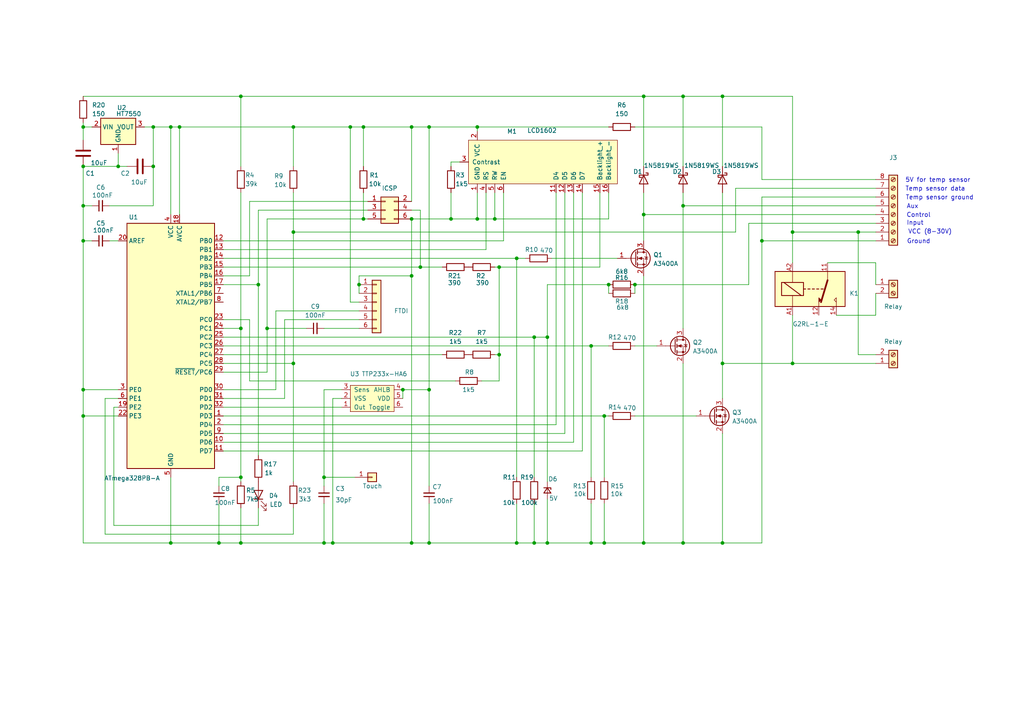
<source format=kicad_sch>
(kicad_sch (version 20231120) (generator "eeschema") (generator_version "8.0")
  (paper "A4")
  (title_block (title "ThermalOptimizer") (date "2025-03-02") (rev "1.2") (company "TheFloatingLab LLC") (comment 1 "Open Source under the GNU GENERAL PUBLIC LICENSE"))
  (lib_symbols
    (symbol "Connector:Screw_Terminal_01x02" (pin_names (offset 1.016) hide)
      (property "Reference" "J" (at 0 2.54 0))
      (property "Value" "Screw_Terminal_01x02" (at 0 -5.08 0))
      (symbol "Screw_Terminal_01x02_1_1"
        (rectangle (start -1.27 1.27) (end 1.27 -3.81) (stroke (width 0.254)) (fill (type background)))
        (circle (center 0 -2.54) (radius 0.635) (stroke (width 0.1524)))
        (polyline (pts (xy -0.5334 -2.2098) (xy 0.3302 -3.048)) (stroke (width 0.1524)))
        (polyline (pts (xy -0.5334 0.3302) (xy 0.3302 -0.508)) (stroke (width 0.1524)))
        (polyline (pts (xy -0.3556 -2.032) (xy 0.508 -2.8702)) (stroke (width 0.1524)))
        (polyline (pts (xy -0.3556 0.508) (xy 0.508 -0.3302)) (stroke (width 0.1524)))
        (circle (center 0 0) (radius 0.635) (stroke (width 0.1524)))
        (pin passive line (at -5.08 0 0) (length 3.81) (name "Pin_1") (number "1"))
        (pin passive line (at -5.08 -2.54 0) (length 3.81) (name "Pin_2") (number "2"))
      )
    )
    (symbol "Connector:Screw_Terminal_01x08" (pin_names (offset 1.016) hide)
      (property "Reference" "J" (at 0 10.16 0))
      (property "Value" "Screw_Terminal_01x08" (at 0 -12.7 0))
      (symbol "Screw_Terminal_01x08_1_1"
        (rectangle (start -1.27 8.89) (end 1.27 -11.43) (stroke (width 0.254)) (fill (type background)))
        (circle (center 0 -10.16) (radius 0.635) (stroke (width 0.1524)))
        (circle (center 0 -7.62) (radius 0.635) (stroke (width 0.1524)))
        (circle (center 0 -5.08) (radius 0.635) (stroke (width 0.1524)))
        (circle (center 0 -2.54) (radius 0.635) (stroke (width 0.1524)))
        (polyline (pts (xy -0.5334 -9.8298) (xy 0.3302 -10.668)) (stroke (width 0.1524)))
        (polyline (pts (xy -0.5334 -7.2898) (xy 0.3302 -8.128)) (stroke (width 0.1524)))
        (polyline (pts (xy -0.5334 -4.7498) (xy 0.3302 -5.588)) (stroke (width 0.1524)))
        (polyline (pts (xy -0.5334 -2.2098) (xy 0.3302 -3.048)) (stroke (width 0.1524)))
        (polyline (pts (xy -0.5334 0.3302) (xy 0.3302 -0.508)) (stroke (width 0.1524)))
        (polyline (pts (xy -0.5334 2.8702) (xy 0.3302 2.032)) (stroke (width 0.1524)))
        (polyline (pts (xy -0.5334 5.4102) (xy 0.3302 4.572)) (stroke (width 0.1524)))
        (polyline (pts (xy -0.5334 7.9502) (xy 0.3302 7.112)) (stroke (width 0.1524)))
        (polyline (pts (xy -0.3556 -9.652) (xy 0.508 -10.4902)) (stroke (width 0.1524)))
        (polyline (pts (xy -0.3556 -7.112) (xy 0.508 -7.9502)) (stroke (width 0.1524)))
        (polyline (pts (xy -0.3556 -4.572) (xy 0.508 -5.4102)) (stroke (width 0.1524)))
        (polyline (pts (xy -0.3556 -2.032) (xy 0.508 -2.8702)) (stroke (width 0.1524)))
        (polyline (pts (xy -0.3556 0.508) (xy 0.508 -0.3302)) (stroke (width 0.1524)))
        (polyline (pts (xy -0.3556 3.048) (xy 0.508 2.2098)) (stroke (width 0.1524)))
        (polyline (pts (xy -0.3556 5.588) (xy 0.508 4.7498)) (stroke (width 0.1524)))
        (polyline (pts (xy -0.3556 8.128) (xy 0.508 7.2898)) (stroke (width 0.1524)))
        (circle (center 0 0) (radius 0.635) (stroke (width 0.1524)))
        (circle (center 0 2.54) (radius 0.635) (stroke (width 0.1524)))
        (circle (center 0 5.08) (radius 0.635) (stroke (width 0.1524)))
        (circle (center 0 7.62) (radius 0.635) (stroke (width 0.1524)))
        (pin passive line (at -5.08 7.62 0) (length 3.81) (name "Pin_1") (number "1"))
        (pin passive line (at -5.08 5.08 0) (length 3.81) (name "Pin_2") (number "2"))
        (pin passive line (at -5.08 2.54 0) (length 3.81) (name "Pin_3") (number "3"))
        (pin passive line (at -5.08 0 0) (length 3.81) (name "Pin_4") (number "4"))
        (pin passive line (at -5.08 -2.54 0) (length 3.81) (name "Pin_5") (number "5"))
        (pin passive line (at -5.08 -5.08 0) (length 3.81) (name "Pin_6") (number "6"))
        (pin passive line (at -5.08 -7.62 0) (length 3.81) (name "Pin_7") (number "7"))
        (pin passive line (at -5.08 -10.16 0) (length 3.81) (name "Pin_8") (number "8"))
      )
    )
    (symbol "Connector_Generic:Conn_01x01" (pin_names (offset 1.016) hide)
      (property "Reference" "J" (at 0 2.54 0))
      (property "Value" "Conn_01x01" (at 0 -2.54 0))
      (symbol "Conn_01x01_1_1"
        (rectangle (start -1.27 0.127) (end 0 -0.127) (stroke (width 0.1524)))
        (rectangle (start -1.27 1.27) (end 1.27 -1.27) (stroke (width 0.254)) (fill (type background)))
        (pin passive line (at -5.08 0 0) (length 3.81) (name "Pin_1") (number "1"))
      )
    )
    (symbol "Connector_Generic:Conn_01x06" (pin_names (offset 1.016) hide)
      (property "Reference" "J" (at 0 7.62 0))
      (property "Value" "Conn_01x06" (at 0 -10.16 0))
      (symbol "Conn_01x06_1_1"
        (rectangle (start -1.27 -7.493) (end 0 -7.747) (stroke (width 0.1524)))
        (rectangle (start -1.27 -4.953) (end 0 -5.207) (stroke (width 0.1524)))
        (rectangle (start -1.27 -2.413) (end 0 -2.667) (stroke (width 0.1524)))
        (rectangle (start -1.27 0.127) (end 0 -0.127) (stroke (width 0.1524)))
        (rectangle (start -1.27 2.667) (end 0 2.413) (stroke (width 0.1524)))
        (rectangle (start -1.27 5.207) (end 0 4.953) (stroke (width 0.1524)))
        (rectangle (start -1.27 6.35) (end 1.27 -8.89) (stroke (width 0.254)) (fill (type background)))
        (pin passive line (at -5.08 5.08 0) (length 3.81) (name "Pin_1") (number "1"))
        (pin passive line (at -5.08 2.54 0) (length 3.81) (name "Pin_2") (number "2"))
        (pin passive line (at -5.08 0 0) (length 3.81) (name "Pin_3") (number "3"))
        (pin passive line (at -5.08 -2.54 0) (length 3.81) (name "Pin_4") (number "4"))
        (pin passive line (at -5.08 -5.08 0) (length 3.81) (name "Pin_5") (number "5"))
        (pin passive line (at -5.08 -7.62 0) (length 3.81) (name "Pin_6") (number "6"))
      )
    )
    (symbol "Connector_Generic:Conn_02x03_Odd_Even" (pin_names (offset 1.016) hide)
      (property "Reference" "J" (at 1.27 5.08 0))
      (property "Value" "Conn_02x03_Odd_Even" (at 1.27 -5.08 0))
      (symbol "Conn_02x03_Odd_Even_1_1"
        (rectangle (start -1.27 -2.413) (end 0 -2.667) (stroke (width 0.1524)))
        (rectangle (start -1.27 0.127) (end 0 -0.127) (stroke (width 0.1524)))
        (rectangle (start -1.27 2.667) (end 0 2.413) (stroke (width 0.1524)))
        (rectangle (start -1.27 3.81) (end 3.81 -3.81) (stroke (width 0.254)) (fill (type background)))
        (rectangle (start 3.81 -2.413) (end 2.54 -2.667) (stroke (width 0.1524)))
        (rectangle (start 3.81 0.127) (end 2.54 -0.127) (stroke (width 0.1524)))
        (rectangle (start 3.81 2.667) (end 2.54 2.413) (stroke (width 0.1524)))
        (pin passive line (at -5.08 2.54 0) (length 3.81) (name "Pin_1") (number "1"))
        (pin passive line (at 7.62 2.54 180) (length 3.81) (name "Pin_2") (number "2"))
        (pin passive line (at -5.08 0 0) (length 3.81) (name "Pin_3") (number "3"))
        (pin passive line (at 7.62 0 180) (length 3.81) (name "Pin_4") (number "4"))
        (pin passive line (at -5.08 -2.54 0) (length 3.81) (name "Pin_5") (number "5"))
        (pin passive line (at 7.62 -2.54 180) (length 3.81) (name "Pin_6") (number "6"))
      )
    )
    (symbol "Device:C" (pin_numbers hide) (pin_names (offset 0.254))
      (property "Reference" "C" (at 0.635 2.54 0))
      (property "Value" "C" (at 0.635 -2.54 0))
      (symbol "C_0_1"
        (polyline (pts (xy -2.032 -0.762) (xy 2.032 -0.762)) (stroke (width 0.508)))
        (polyline (pts (xy -2.032 0.762) (xy 2.032 0.762)) (stroke (width 0.508)))
      )
      (symbol "C_1_1"
        (pin passive line (at 0 3.81 270) (length 2.794) (name "~") (number "1"))
        (pin passive line (at 0 -3.81 90) (length 2.794) (name "~") (number "2"))
      )
    )
    (symbol "Device:C_Small" (pin_numbers hide) (pin_names (offset 0.254) hide)
      (property "Reference" "C" (at 0.254 1.778 0))
      (property "Value" "C_Small" (at 0.254 -2.032 0))
      (symbol "C_Small_0_1"
        (polyline (pts (xy -1.524 -0.508) (xy 1.524 -0.508)) (stroke (width 0.3302)))
        (polyline (pts (xy -1.524 0.508) (xy 1.524 0.508)) (stroke (width 0.3048)))
      )
      (symbol "C_Small_1_1"
        (pin passive line (at 0 2.54 270) (length 2.032) (name "~") (number "1"))
        (pin passive line (at 0 -2.54 90) (length 2.032) (name "~") (number "2"))
      )
    )
    (symbol "Device:D_Zener_Small" (pin_numbers hide) (pin_names (offset 0.254) hide)
      (property "Reference" "D" (at 0 2.286 0))
      (property "Value" "D_Zener_Small" (at 0 -2.286 0))
      (symbol "D_Zener_Small_0_1"
        (polyline (pts (xy 0.762 0) (xy -0.762 0)))
        (polyline (pts (xy -0.254 1.016) (xy -0.762 1.016) (xy -0.762 -1.016)) (stroke (width 0.254)))
        (polyline (pts (xy 0.762 1.016) (xy -0.762 0) (xy 0.762 -1.016) (xy 0.762 1.016)) (stroke (width 0.254)))
      )
      (symbol "D_Zener_Small_1_1"
        (pin passive line (at -2.54 0 0) (length 1.778) (name "K") (number "1"))
        (pin passive line (at 2.54 0 180) (length 1.778) (name "A") (number "2"))
      )
    )
    (symbol "Device:LED" (pin_numbers hide) (pin_names (offset 1.016) hide)
      (property "Reference" "D" (at 0 2.54 0))
      (property "Value" "LED" (at 0 -2.54 0))
      (symbol "LED_0_1"
        (polyline (pts (xy -1.27 -1.27) (xy -1.27 1.27)) (stroke (width 0.254)))
        (polyline (pts (xy -1.27 0) (xy 1.27 0)))
        (polyline (pts (xy 1.27 -1.27) (xy 1.27 1.27) (xy -1.27 0) (xy 1.27 -1.27)) (stroke (width 0.254)))
        (polyline (pts (xy -3.048 -0.762) (xy -4.572 -2.286) (xy -3.81 -2.286) (xy -4.572 -2.286) (xy -4.572 -1.524)))
        (polyline (pts (xy -1.778 -0.762) (xy -3.302 -2.286) (xy -2.54 -2.286) (xy -3.302 -2.286) (xy -3.302 -1.524)))
      )
      (symbol "LED_1_1"
        (pin passive line (at -3.81 0 0) (length 2.54) (name "K") (number "1"))
        (pin passive line (at 3.81 0 180) (length 2.54) (name "A") (number "2"))
      )
    )
    (symbol "Device:Q_NMOS_GSD" (pin_names (offset 0) hide)
      (property "Reference" "Q" (at 5.08 1.27 0))
      (property "Value" "Q_NMOS_GSD" (at 5.08 -1.27 0))
      (symbol "Q_NMOS_GSD_0_1"
        (polyline (pts (xy 0.254 0) (xy -2.54 0)))
        (polyline (pts (xy 0.254 1.905) (xy 0.254 -1.905)) (stroke (width 0.254)))
        (polyline (pts (xy 0.762 -1.27) (xy 0.762 -2.286)) (stroke (width 0.254)))
        (polyline (pts (xy 0.762 0.508) (xy 0.762 -0.508)) (stroke (width 0.254)))
        (polyline (pts (xy 0.762 2.286) (xy 0.762 1.27)) (stroke (width 0.254)))
        (polyline (pts (xy 2.54 2.54) (xy 2.54 1.778)))
        (polyline (pts (xy 2.54 -2.54) (xy 2.54 0) (xy 0.762 0)))
        (polyline (pts (xy 0.762 -1.778) (xy 3.302 -1.778) (xy 3.302 1.778) (xy 0.762 1.778)))
        (polyline (pts (xy 1.016 0) (xy 2.032 0.381) (xy 2.032 -0.381) (xy 1.016 0)) (fill (type outline)))
        (polyline (pts (xy 2.794 0.508) (xy 2.921 0.381) (xy 3.683 0.381) (xy 3.81 0.254)))
        (polyline (pts (xy 3.302 0.381) (xy 2.921 -0.254) (xy 3.683 -0.254) (xy 3.302 0.381)))
        (circle (center 1.651 0) (radius 2.794) (stroke (width 0.254)))
        (circle (center 2.54 -1.778) (radius 0.254) (fill (type outline)))
        (circle (center 2.54 1.778) (radius 0.254) (fill (type outline)))
      )
      (symbol "Q_NMOS_GSD_1_1"
        (pin input line (at -5.08 0 0) (length 2.54) (name "G") (number "1"))
        (pin passive line (at 2.54 -5.08 90) (length 2.54) (name "S") (number "2"))
        (pin passive line (at 2.54 5.08 270) (length 2.54) (name "D") (number "3"))
      )
    )
    (symbol "Device:R" (pin_numbers hide) (pin_names (offset 0))
      (property "Reference" "R" (at 2.032 0 90))
      (property "Value" "R" (at 0 0 90))
      (symbol "R_0_1"
        (rectangle (start -1.016 -2.54) (end 1.016 2.54) (stroke (width 0.254)))
      )
      (symbol "R_1_1"
        (pin passive line (at 0 3.81 270) (length 1.27) (name "~") (number "1"))
        (pin passive line (at 0 -3.81 90) (length 1.27) (name "~") (number "2"))
      )
    )
    (symbol "Diode:1N5819WS" (pin_numbers hide) (pin_names (offset 1.016) hide)
      (property "Reference" "D" (at 0 2.54 0))
      (property "Value" "1N5819WS" (at 0 -2.54 0))
      (symbol "1N5819WS_0_1"
        (polyline (pts (xy 1.27 0) (xy -1.27 0)))
        (polyline (pts (xy 1.27 1.27) (xy 1.27 -1.27) (xy -1.27 0) (xy 1.27 1.27)) (stroke (width 0.254)))
        (polyline (pts (xy -1.905 0.635) (xy -1.905 1.27) (xy -1.27 1.27) (xy -1.27 -1.27) (xy -0.635 -1.27) (xy -0.635 -0.635)) (stroke (width 0.254)))
      )
      (symbol "1N5819WS_1_1"
        (pin passive line (at -3.81 0 0) (length 2.54) (name "K") (number "1"))
        (pin passive line (at 3.81 0 180) (length 2.54) (name "A") (number "2"))
      )
    )
    (symbol "MCU_Microchip_ATmega:ATmega328PB-A"
      (property "Reference" "U" (at -12.7 36.83 0))
      (property "Value" "ATmega328PB-A" (at 2.54 -36.83 0))
      (symbol "ATmega328PB-A_0_1"
        (rectangle (start -12.7 -35.56) (end 12.7 35.56) (stroke (width 0.254)) (fill (type background)))
      )
      (symbol "ATmega328PB-A_1_1"
        (pin bidirectional line (at 15.24 -20.32 180) (length 2.54) (name "PD3") (number "1"))
        (pin bidirectional line (at 15.24 -27.94 180) (length 2.54) (name "PD6") (number "10"))
        (pin bidirectional line (at 15.24 -30.48 180) (length 2.54) (name "PD7") (number "11"))
        (pin bidirectional line (at 15.24 30.48 180) (length 2.54) (name "PB0") (number "12"))
        (pin bidirectional line (at 15.24 27.94 180) (length 2.54) (name "PB1") (number "13"))
        (pin bidirectional line (at 15.24 25.4 180) (length 2.54) (name "PB2") (number "14"))
        (pin bidirectional line (at 15.24 22.86 180) (length 2.54) (name "PB3") (number "15"))
        (pin bidirectional line (at 15.24 20.32 180) (length 2.54) (name "PB4") (number "16"))
        (pin bidirectional line (at 15.24 17.78 180) (length 2.54) (name "PB5") (number "17"))
        (pin power_in line (at 2.54 38.1 270) (length 2.54) (name "AVCC") (number "18"))
        (pin bidirectional line (at -15.24 -17.78 0) (length 2.54) (name "PE2") (number "19"))
        (pin bidirectional line (at 15.24 -22.86 180) (length 2.54) (name "PD4") (number "2"))
        (pin passive line (at -15.24 30.48 0) (length 2.54) (name "AREF") (number "20"))
        (pin passive line (at 0 -38.1 90) (length 2.54) hide (name "GND") (number "21"))
        (pin bidirectional line (at -15.24 -20.32 0) (length 2.54) (name "PE3") (number "22"))
        (pin bidirectional line (at 15.24 7.62 180) (length 2.54) (name "PC0") (number "23"))
        (pin bidirectional line (at 15.24 5.08 180) (length 2.54) (name "PC1") (number "24"))
        (pin bidirectional line (at 15.24 2.54 180) (length 2.54) (name "PC2") (number "25"))
        (pin bidirectional line (at 15.24 0 180) (length 2.54) (name "PC3") (number "26"))
        (pin bidirectional line (at 15.24 -2.54 180) (length 2.54) (name "PC4") (number "27"))
        (pin bidirectional line (at 15.24 -5.08 180) (length 2.54) (name "PC5") (number "28"))
        (pin bidirectional line (at 15.24 -7.62 180) (length 2.54) (name "~{RESET}/PC6") (number "29"))
        (pin bidirectional line (at -15.24 -12.7 0) (length 2.54) (name "PE0") (number "3"))
        (pin bidirectional line (at 15.24 -12.7 180) (length 2.54) (name "PD0") (number "30"))
        (pin bidirectional line (at 15.24 -15.24 180) (length 2.54) (name "PD1") (number "31"))
        (pin bidirectional line (at 15.24 -17.78 180) (length 2.54) (name "PD2") (number "32"))
        (pin power_in line (at 0 38.1 270) (length 2.54) (name "VCC") (number "4"))
        (pin power_in line (at 0 -38.1 90) (length 2.54) (name "GND") (number "5"))
        (pin bidirectional line (at -15.24 -15.24 0) (length 2.54) (name "PE1") (number "6"))
        (pin bidirectional line (at 15.24 15.24 180) (length 2.54) (name "XTAL1/PB6") (number "7"))
        (pin bidirectional line (at 15.24 12.7 180) (length 2.54) (name "XTAL2/PB7") (number "8"))
        (pin bidirectional line (at 15.24 -25.4 180) (length 2.54) (name "PD5") (number "9"))
      )
    )
    (symbol "Regulator_Linear:HT75xx-1-SOT89"
      (property "Reference" "U" (at -5.08 -3.81 0))
      (property "Value" "HT75xx-1-SOT89" (at 0 6.35 0))
      (symbol "HT75xx-1-SOT89_0_1"
        (rectangle (start -5.08 5.08) (end 5.08 -2.54) (stroke (width 0.254)) (fill (type background)))
      )
      (symbol "HT75xx-1-SOT89_1_1"
        (pin power_in line (at 0 -5.08 90) (length 2.54) (name "GND") (number "1"))
        (pin power_in line (at -7.62 2.54 0) (length 2.54) (name "VIN") (number "2"))
        (pin power_out line (at 7.62 2.54 180) (length 2.54) (name "VOUT") (number "3"))
      )
    )
    (symbol "Relay:G2RL-1-E"
      (property "Reference" "K" (at 11.43 3.81 0))
      (property "Value" "G2RL-1-E" (at 11.43 1.27 0))
      (symbol "G2RL-1-E_0_0"
        (polyline (pts (xy 7.62 5.08) (xy 7.62 2.54) (xy 6.985 3.175) (xy 7.62 3.81)))
      )
      (symbol "G2RL-1-E_0_1"
        (rectangle (start -10.16 5.08) (end 10.16 -5.08) (stroke (width 0.254)) (fill (type background)))
        (rectangle (start -8.255 1.905) (end -1.905 -1.905) (stroke (width 0.254)))
        (polyline (pts (xy -7.62 -1.905) (xy -2.54 1.905)) (stroke (width 0.254)))
        (polyline (pts (xy -5.08 -5.08) (xy -5.08 -1.905)))
        (polyline (pts (xy -5.08 5.08) (xy -5.08 1.905)))
        (polyline (pts (xy -1.905 0) (xy -1.27 0)) (stroke (width 0.254)))
        (polyline (pts (xy -0.635 0) (xy 0 0)) (stroke (width 0.254)))
        (polyline (pts (xy 0.635 0) (xy 1.27 0)) (stroke (width 0.254)))
        (polyline (pts (xy 1.905 0) (xy 2.54 0)) (stroke (width 0.254)))
        (polyline (pts (xy 3.175 0) (xy 3.81 0)) (stroke (width 0.254)))
        (polyline (pts (xy 5.08 -2.54) (xy 3.175 3.81)) (stroke (width 0.508)))
        (polyline (pts (xy 5.08 -2.54) (xy 5.08 -5.08)))
        (polyline (pts (xy 2.54 5.08) (xy 2.54 2.54) (xy 3.175 3.175) (xy 2.54 3.81)) (fill (type outline)))
      )
      (symbol "G2RL-1-E_1_1"
        (pin passive line (at 5.08 -7.62 90) (length 2.54) (name "~") (number "11"))
        (pin passive line (at 2.54 7.62 270) (length 2.54) (name "~") (number "12"))
        (pin passive line (at 7.62 7.62 270) (length 2.54) (name "~") (number "14"))
        (pin passive line (at -5.08 7.62 270) (length 2.54) (name "~") (number "A1"))
        (pin passive line (at -5.08 -7.62 90) (length 2.54) (name "~") (number "A2"))
      )
    )
    (symbol "lcd1602:LCD1602Asp-New_Library" (pin_names (offset 1.016))
      (property "Reference" "M" (at 0 -2.54 0))
      (property "Value" "New_Library_LCD1602Asp" (at 0 0 0))
      (symbol "LCD1602Asp-New_Library_0_1"
        (rectangle (start -24.13 3.81) (end 19.05 -8.89) (fill (type background)))
      )
      (symbol "LCD1602Asp-New_Library_1_1"
        (pin power_in line (at -21.59 -11.43 90) (length 2.54) (name "GND") (number "1"))
        (pin bidirectional line (at 1.27 -11.43 90) (length 2.54) (name "D4") (number "11"))
        (pin bidirectional line (at 3.81 -11.43 90) (length 2.54) (name "D5") (number "12"))
        (pin bidirectional line (at 6.35 -11.43 90) (length 2.54) (name "D6") (number "13"))
        (pin bidirectional line (at 8.89 -11.43 90) (length 2.54) (name "D7") (number "14"))
        (pin input line (at 13.97 -11.43 90) (length 2.54) (name "Backlight_+") (number "15"))
        (pin input line (at 16.51 -11.43 90) (length 2.54) (name "Backlight_-") (number "16"))
        (pin power_in line (at -21.59 6.35 270) (length 2.54) (name "VCC") (number "2"))
        (pin input line (at -26.67 -2.54 0) (length 2.54) (name "Contrast") (number "3"))
        (pin input line (at -19.05 -11.43 90) (length 2.54) (name "RS") (number "4"))
        (pin input line (at -16.51 -11.43 90) (length 2.54) (name "RW") (number "5"))
        (pin input line (at -13.97 -11.43 90) (length 2.54) (name "EN") (number "6"))
      )
    )
    (symbol "tfl_ttp233x-HA6:TTP233x-HA6-New_Library" (pin_names (offset 1.016))
      (property "Reference" "U" (at 0 7.62 0))
      (property "Value" "New_Library_TTP233x-HA6" (at 0 5.08 0))
      (symbol "TTP233x-HA6-New_Library_0_1"
        (polyline (pts (xy -6.35 3.81) (xy -6.35 -3.81) (xy 6.35 -3.81) (xy 6.35 3.81) (xy -6.35 3.81)) (fill (type background)))
      )
      (symbol "TTP233x-HA6-New_Library_1_1"
        (pin output line (at -8.89 2.54 0) (length 2.54) (name "Out") (number "1"))
        (pin power_in line (at -8.89 0 0) (length 2.54) (name "VSS") (number "2"))
        (pin input line (at -8.89 -2.54 0) (length 2.54) (name "Sens") (number "3"))
        (pin input line (at 8.89 -2.54 180) (length 2.54) (name "AHLB") (number "4"))
        (pin power_in line (at 8.89 0 180) (length 2.54) (name "VDD") (number "5"))
        (pin input line (at 8.89 2.54 180) (length 2.54) (name "Toggle") (number "6"))
      )
    )
  )
  (junction (at 44.45 36.83))
  (junction (at 176.53 82.55))
  (junction (at 229.87 67.31))
  (junction (at 124.46 113.03))
  (junction (at 124.46 157.48))
  (junction (at 220.98 69.85))
  (junction (at 154.94 157.48))
  (junction (at 144.78 102.87))
  (junction (at 121.92 77.47))
  (junction (at 24.13 113.03))
  (junction (at 209.55 157.48))
  (junction (at 101.6 36.83))
  (junction (at 209.55 27.94))
  (junction (at 171.45 100.33))
  (junction (at 119.38 36.83))
  (junction (at 138.43 63.5))
  (junction (at 49.53 157.48))
  (junction (at 105.41 36.83))
  (junction (at 24.13 59.69))
  (junction (at 93.98 157.48))
  (junction (at 171.45 157.48))
  (junction (at 24.13 69.85))
  (junction (at 93.98 138.43))
  (junction (at 49.53 36.83))
  (junction (at 198.12 157.48))
  (junction (at 52.07 36.83))
  (junction (at 149.86 157.48))
  (junction (at 186.69 157.48))
  (junction (at 186.69 27.94))
  (junction (at 143.51 63.5))
  (junction (at 209.55 105.41))
  (junction (at 24.13 36.83))
  (junction (at 85.09 105.41))
  (junction (at 119.38 157.48))
  (junction (at 198.12 27.94))
  (junction (at 63.5 157.48))
  (junction (at 119.38 63.5))
  (junction (at 96.52 157.48))
  (junction (at 34.29 48.26))
  (junction (at 184.15 82.55))
  (junction (at 149.86 74.93))
  (junction (at 119.38 80.01))
  (junction (at 69.85 95.25))
  (junction (at 69.85 138.43))
  (junction (at 186.69 62.23))
  (junction (at 85.09 36.83))
  (junction (at 154.94 97.79))
  (junction (at 24.13 48.26))
  (junction (at 104.14 82.55))
  (junction (at 130.81 63.5))
  (junction (at 138.43 36.83))
  (junction (at 158.75 157.48))
  (junction (at 77.47 95.25))
  (junction (at 158.75 97.79))
  (junction (at 69.85 157.48))
  (junction (at 124.46 36.83))
  (junction (at 85.09 67.31))
  (junction (at 198.12 59.69))
  (junction (at 144.78 77.47))
  (junction (at 229.87 105.41))
  (junction (at 24.13 120.65))
  (junction (at 175.26 157.48))
  (junction (at 74.93 82.55))
  (junction (at 248.92 67.31))
  (junction (at 116.84 113.03))
  (junction (at 69.85 27.94))
  (junction (at 105.41 63.5))
  (junction (at 44.45 48.26))
  (junction (at 175.26 120.65))
  (wire (pts (xy 93.98 138.43) (xy 93.98 140.97)))
  (wire (pts (xy 254 91.44) (xy 242.57 91.44)))
  (wire (pts (xy 72.39 110.49) (xy 132.08 110.49)))
  (wire (pts (xy 64.77 92.71) (xy 72.39 92.71)))
  (wire (pts (xy 116.84 113.03) (xy 124.46 113.03)))
  (wire (pts (xy 64.77 125.73) (xy 163.83 125.73)))
  (wire (pts (xy 24.13 36.83) (xy 26.67 36.83)))
  (wire (pts (xy 85.09 105.41) (xy 85.09 139.7)))
  (wire (pts (xy 184.15 100.33) (xy 190.5 100.33)))
  (wire (pts (xy 171.45 100.33) (xy 171.45 138.43)))
  (wire (pts (xy 119.38 80.01) (xy 119.38 157.48)))
  (wire (pts (xy 119.38 58.42) (xy 119.38 36.83)))
  (wire (pts (xy 69.85 147.32) (xy 69.85 157.48)))
  (wire (pts (xy 254 54.61) (xy 213.36 54.61)))
  (wire (pts (xy 74.93 82.55) (xy 64.77 82.55)))
  (wire (pts (xy 44.45 36.83) (xy 49.53 36.83)))
  (wire (pts (xy 64.77 105.41) (xy 85.09 105.41)))
  (wire (pts (xy 24.13 48.26) (xy 34.29 48.26)))
  (wire (pts (xy 209.55 157.48) (xy 198.12 157.48)))
  (wire (pts (xy 248.92 102.87) (xy 248.92 67.31)))
  (wire (pts (xy 33.02 152.4) (xy 74.93 152.4)))
  (wire (pts (xy 64.77 97.79) (xy 154.94 97.79)))
  (wire (pts (xy 209.55 125.73) (xy 209.55 157.48)))
  (wire (pts (xy 116.84 113.03) (xy 116.84 115.57)))
  (wire (pts (xy 124.46 157.48) (xy 149.86 157.48)))
  (wire (pts (xy 24.13 69.85) (xy 24.13 113.03)))
  (wire (pts (xy 184.15 36.83) (xy 220.98 36.83)))
  (wire (pts (xy 198.12 27.94) (xy 186.69 27.94)))
  (wire (pts (xy 184.15 82.55) (xy 184.15 85.09)))
  (wire (pts (xy 101.6 36.83) (xy 105.41 36.83)))
  (wire (pts (xy 30.48 115.57) (xy 30.48 154.94)))
  (wire (pts (xy 64.77 80.01) (xy 72.39 80.01)))
  (wire (pts (xy 69.85 95.25) (xy 64.77 95.25)))
  (wire (pts (xy 176.53 63.5) (xy 176.53 55.88)))
  (wire (pts (xy 186.69 55.88) (xy 186.69 62.23)))
  (wire (pts (xy 198.12 157.48) (xy 186.69 157.48)))
  (wire (pts (xy 77.47 95.25) (xy 88.9 95.25)))
  (wire (pts (xy 101.6 87.63) (xy 101.6 36.83)))
  (wire (pts (xy 119.38 60.96) (xy 121.92 60.96)))
  (wire (pts (xy 74.93 147.32) (xy 74.93 152.4)))
  (wire (pts (xy 229.87 105.41) (xy 209.55 105.41)))
  (wire (pts (xy 105.41 36.83) (xy 119.38 36.83)))
  (wire (pts (xy 130.81 55.88) (xy 130.81 63.5)))
  (wire (pts (xy 198.12 59.69) (xy 254 59.69)))
  (wire (pts (xy 72.39 92.71) (xy 72.39 110.49)))
  (wire (pts (xy 80.01 113.03) (xy 80.01 90.17)))
  (wire (pts (xy 24.13 157.48) (xy 49.53 157.48)))
  (wire (pts (xy 220.98 57.15) (xy 220.98 69.85)))
  (wire (pts (xy 240.03 76.2) (xy 254 76.2)))
  (wire (pts (xy 158.75 97.79) (xy 158.75 82.55)))
  (wire (pts (xy 209.55 55.88) (xy 209.55 105.41)))
  (wire (pts (xy 64.77 77.47) (xy 121.92 77.47)))
  (wire (pts (xy 175.26 120.65) (xy 175.26 138.43)))
  (wire (pts (xy 209.55 157.48) (xy 220.98 157.48)))
  (wire (pts (xy 64.77 107.95) (xy 77.47 107.95)))
  (wire (pts (xy 104.14 82.55) (xy 104.14 80.01)))
  (wire (pts (xy 85.09 48.26) (xy 85.09 36.83)))
  (wire (pts (xy 119.38 63.5) (xy 119.38 80.01)))
  (wire (pts (xy 138.43 36.83) (xy 138.43 38.1)))
  (wire (pts (xy 52.07 36.83) (xy 85.09 36.83)))
  (wire (pts (xy 133.35 46.99) (xy 130.81 46.99)))
  (wire (pts (xy 209.55 27.94) (xy 198.12 27.94)))
  (wire (pts (xy 49.53 157.48) (xy 49.53 138.43)))
  (wire (pts (xy 209.55 48.26) (xy 209.55 27.94)))
  (wire (pts (xy 24.13 69.85) (xy 26.67 69.85)))
  (wire (pts (xy 49.53 157.48) (xy 63.5 157.48)))
  (wire (pts (xy 124.46 36.83) (xy 138.43 36.83)))
  (wire (pts (xy 154.94 97.79) (xy 158.75 97.79)))
  (wire (pts (xy 34.29 48.26) (xy 36.83 48.26)))
  (wire (pts (xy 154.94 97.79) (xy 154.94 138.43)))
  (wire (pts (xy 254 102.87) (xy 248.92 102.87)))
  (wire (pts (xy 24.13 40.64) (xy 24.13 36.83)))
  (wire (pts (xy 104.14 82.55) (xy 104.14 85.09)))
  (wire (pts (xy 69.85 55.88) (xy 69.85 95.25)))
  (wire (pts (xy 24.13 59.69) (xy 26.67 59.69)))
  (wire (pts (xy 119.38 157.48) (xy 124.46 157.48)))
  (wire (pts (xy 64.77 113.03) (xy 80.01 113.03)))
  (wire (pts (xy 144.78 77.47) (xy 173.99 77.47)))
  (wire (pts (xy 220.98 36.83) (xy 220.98 52.07)))
  (wire (pts (xy 149.86 74.93) (xy 149.86 138.43)))
  (wire (pts (xy 63.5 140.97) (xy 63.5 138.43)))
  (wire (pts (xy 104.14 87.63) (xy 101.6 87.63)))
  (wire (pts (xy 69.85 27.94) (xy 69.85 48.26)))
  (wire (pts (xy 24.13 27.94) (xy 69.85 27.94)))
  (wire (pts (xy 168.91 130.81) (xy 168.91 55.88)))
  (wire (pts (xy 74.93 82.55) (xy 74.93 132.08)))
  (wire (pts (xy 176.53 82.55) (xy 176.53 85.09)))
  (wire (pts (xy 171.45 157.48) (xy 158.75 157.48)))
  (wire (pts (xy 64.77 72.39) (xy 140.97 72.39)))
  (wire (pts (xy 124.46 36.83) (xy 124.46 113.03)))
  (wire (pts (xy 82.55 115.57) (xy 82.55 92.71)))
  (wire (pts (xy 64.77 115.57) (xy 82.55 115.57)))
  (wire (pts (xy 82.55 92.71) (xy 104.14 92.71)))
  (wire (pts (xy 254 64.77) (xy 217.17 64.77)))
  (wire (pts (xy 229.87 105.41) (xy 229.87 91.44)))
  (wire (pts (xy 124.46 146.05) (xy 124.46 157.48)))
  (wire (pts (xy 85.09 36.83) (xy 101.6 36.83)))
  (wire (pts (xy 64.77 130.81) (xy 168.91 130.81)))
  (wire (pts (xy 63.5 138.43) (xy 69.85 138.43)))
  (wire (pts (xy 154.94 157.48) (xy 149.86 157.48)))
  (wire (pts (xy 69.85 157.48) (xy 93.98 157.48)))
  (wire (pts (xy 166.37 128.27) (xy 166.37 55.88)))
  (wire (pts (xy 119.38 36.83) (xy 124.46 36.83)))
  (wire (pts (xy 24.13 59.69) (xy 24.13 69.85)))
  (wire (pts (xy 52.07 36.83) (xy 52.07 62.23)))
  (wire (pts (xy 63.5 146.05) (xy 63.5 157.48)))
  (wire (pts (xy 154.94 146.05) (xy 154.94 157.48)))
  (wire (pts (xy 64.77 120.65) (xy 175.26 120.65)))
  (wire (pts (xy 149.86 74.93) (xy 152.4 74.93)))
  (wire (pts (xy 69.85 27.94) (xy 186.69 27.94)))
  (wire (pts (xy 198.12 48.26) (xy 198.12 27.94)))
  (wire (pts (xy 121.92 60.96) (xy 121.92 77.47)))
  (wire (pts (xy 158.75 144.78) (xy 158.75 157.48)))
  (wire (pts (xy 186.69 62.23) (xy 186.69 69.85)))
  (wire (pts (xy 124.46 113.03) (xy 124.46 140.97)))
  (wire (pts (xy 198.12 59.69) (xy 198.12 95.25)))
  (wire (pts (xy 186.69 80.01) (xy 186.69 157.48)))
  (wire (pts (xy 85.09 67.31) (xy 85.09 105.41)))
  (wire (pts (xy 229.87 67.31) (xy 229.87 27.94)))
  (wire (pts (xy 30.48 154.94) (xy 85.09 154.94)))
  (wire (pts (xy 34.29 44.45) (xy 34.29 48.26)))
  (wire (pts (xy 143.51 55.88) (xy 143.51 63.5)))
  (wire (pts (xy 24.13 113.03) (xy 34.29 113.03)))
  (wire (pts (xy 24.13 120.65) (xy 34.29 120.65)))
  (wire (pts (xy 24.13 113.03) (xy 24.13 120.65)))
  (wire (pts (xy 93.98 157.48) (xy 96.52 157.48)))
  (wire (pts (xy 254 76.2) (xy 254 82.55)))
  (wire (pts (xy 198.12 55.88) (xy 198.12 59.69)))
  (wire (pts (xy 175.26 157.48) (xy 171.45 157.48)))
  (wire (pts (xy 173.99 55.88) (xy 173.99 77.47)))
  (wire (pts (xy 24.13 48.26) (xy 24.13 59.69)))
  (wire (pts (xy 144.78 102.87) (xy 144.78 110.49)))
  (wire (pts (xy 209.55 105.41) (xy 209.55 115.57)))
  (wire (pts (xy 254 105.41) (xy 229.87 105.41)))
  (wire (pts (xy 34.29 115.57) (xy 30.48 115.57)))
  (wire (pts (xy 96.52 157.48) (xy 119.38 157.48)))
  (wire (pts (xy 85.09 147.32) (xy 85.09 154.94)))
  (wire (pts (xy 175.26 146.05) (xy 175.26 157.48)))
  (wire (pts (xy 144.78 77.47) (xy 144.78 102.87)))
  (wire (pts (xy 77.47 95.25) (xy 77.47 107.95)))
  (wire (pts (xy 149.86 146.05) (xy 149.86 157.48)))
  (wire (pts (xy 93.98 113.03) (xy 99.06 113.03)))
  (wire (pts (xy 44.45 48.26) (xy 44.45 59.69)))
  (wire (pts (xy 176.53 36.83) (xy 138.43 36.83)))
  (wire (pts (xy 106.68 60.96) (xy 74.93 60.96)))
  (wire (pts (xy 121.92 77.47) (xy 128.27 77.47)))
  (wire (pts (xy 106.68 63.5) (xy 105.41 63.5)))
  (wire (pts (xy 213.36 67.31) (xy 213.36 54.61)))
  (wire (pts (xy 175.26 120.65) (xy 176.53 120.65)))
  (wire (pts (xy 64.77 123.19) (xy 161.29 123.19)))
  (wire (pts (xy 96.52 115.57) (xy 96.52 157.48)))
  (wire (pts (xy 163.83 125.73) (xy 163.83 55.88)))
  (wire (pts (xy 93.98 146.05) (xy 93.98 157.48)))
  (wire (pts (xy 198.12 105.41) (xy 198.12 157.48)))
  (wire (pts (xy 69.85 95.25) (xy 69.85 138.43)))
  (wire (pts (xy 171.45 146.05) (xy 171.45 157.48)))
  (wire (pts (xy 184.15 120.65) (xy 201.93 120.65)))
  (wire (pts (xy 186.69 62.23) (xy 254 62.23)))
  (wire (pts (xy 72.39 58.42) (xy 106.68 58.42)))
  (wire (pts (xy 33.02 118.11) (xy 33.02 152.4)))
  (wire (pts (xy 24.13 35.56) (xy 24.13 36.83)))
  (wire (pts (xy 119.38 63.5) (xy 130.81 63.5)))
  (wire (pts (xy 49.53 36.83) (xy 52.07 36.83)))
  (wire (pts (xy 31.75 59.69) (xy 44.45 59.69)))
  (wire (pts (xy 220.98 69.85) (xy 220.98 157.48)))
  (wire (pts (xy 209.55 27.94) (xy 229.87 27.94)))
  (wire (pts (xy 171.45 100.33) (xy 176.53 100.33)))
  (wire (pts (xy 158.75 157.48) (xy 154.94 157.48)))
  (wire (pts (xy 85.09 67.31) (xy 213.36 67.31)))
  (wire (pts (xy 104.14 80.01) (xy 119.38 80.01)))
  (wire (pts (xy 85.09 55.88) (xy 85.09 67.31)))
  (wire (pts (xy 229.87 76.2) (xy 229.87 67.31)))
  (wire (pts (xy 77.47 63.5) (xy 77.47 95.25)))
  (wire (pts (xy 158.75 82.55) (xy 176.53 82.55)))
  (wire (pts (xy 64.77 118.11) (xy 99.06 118.11)))
  (wire (pts (xy 254 57.15) (xy 220.98 57.15)))
  (wire (pts (xy 138.43 63.5) (xy 143.51 63.5)))
  (wire (pts (xy 49.53 36.83) (xy 49.53 62.23)))
  (wire (pts (xy 105.41 36.83) (xy 105.41 48.26)))
  (wire (pts (xy 80.01 90.17) (xy 104.14 90.17)))
  (wire (pts (xy 74.93 60.96) (xy 74.93 82.55)))
  (wire (pts (xy 34.29 118.11) (xy 33.02 118.11)))
  (wire (pts (xy 254 85.09) (xy 254 91.44)))
  (wire (pts (xy 143.51 63.5) (xy 176.53 63.5)))
  (wire (pts (xy 160.02 74.93) (xy 179.07 74.93)))
  (wire (pts (xy 44.45 36.83) (xy 41.91 36.83)))
  (wire (pts (xy 143.51 102.87) (xy 144.78 102.87)))
  (wire (pts (xy 31.75 69.85) (xy 34.29 69.85)))
  (wire (pts (xy 130.81 46.99) (xy 130.81 48.26)))
  (wire (pts (xy 186.69 157.48) (xy 175.26 157.48)))
  (wire (pts (xy 44.45 36.83) (xy 44.45 48.26)))
  (wire (pts (xy 248.92 67.31) (xy 254 67.31)))
  (wire (pts (xy 99.06 115.57) (xy 96.52 115.57)))
  (wire (pts (xy 140.97 72.39) (xy 140.97 55.88)))
  (wire (pts (xy 130.81 63.5) (xy 138.43 63.5)))
  (wire (pts (xy 64.77 74.93) (xy 149.86 74.93)))
  (wire (pts (xy 64.77 69.85) (xy 146.05 69.85)))
  (wire (pts (xy 146.05 69.85) (xy 146.05 55.88)))
  (wire (pts (xy 69.85 138.43) (xy 69.85 139.7)))
  (wire (pts (xy 186.69 48.26) (xy 186.69 27.94)))
  (wire (pts (xy 72.39 58.42) (xy 72.39 80.01)))
  (wire (pts (xy 158.75 97.79) (xy 158.75 139.7)))
  (wire (pts (xy 161.29 55.88) (xy 161.29 123.19)))
  (wire (pts (xy 138.43 55.88) (xy 138.43 63.5)))
  (wire (pts (xy 217.17 82.55) (xy 217.17 64.77)))
  (wire (pts (xy 254 52.07) (xy 220.98 52.07)))
  (wire (pts (xy 143.51 77.47) (xy 144.78 77.47)))
  (wire (pts (xy 220.98 69.85) (xy 254 69.85)))
  (wire (pts (xy 63.5 157.48) (xy 69.85 157.48)))
  (wire (pts (xy 139.7 110.49) (xy 144.78 110.49)))
  (wire (pts (xy 93.98 95.25) (xy 104.14 95.25)))
  (wire (pts (xy 184.15 82.55) (xy 217.17 82.55)))
  (wire (pts (xy 64.77 128.27) (xy 166.37 128.27)))
  (wire (pts (xy 229.87 67.31) (xy 248.92 67.31)))
  (wire (pts (xy 77.47 63.5) (xy 105.41 63.5)))
  (wire (pts (xy 64.77 102.87) (xy 128.27 102.87)))
  (wire (pts (xy 93.98 113.03) (xy 93.98 138.43)))
  (wire (pts (xy 24.13 120.65) (xy 24.13 157.48)))
  (wire (pts (xy 64.77 100.33) (xy 171.45 100.33)))
  (wire (pts (xy 93.98 138.43) (xy 102.87 138.43)))
  (wire (pts (xy 105.41 55.88) (xy 105.41 63.5)))
  (text "Aux" (at 264.668 59.944 0) (effects (font (size 1.27 1.27))))
  (text "5V for temp sensor" (at 272.034 52.324 0) (effects (font (size 1.27 1.27))))
  (text "Temp sensor data" (at 271.272 54.864 0) (effects (font (size 1.27 1.27))))
  (text "Ground" (at 266.446 70.104 0) (effects (font (size 1.27 1.27))))
  (text "Temp sensor ground" (at 272.542 57.404 0) (effects (font (size 1.27 1.27))))
  (text "VCC (8-30V)" (at 269.748 67.31 0) (effects (font (size 1.27 1.27))))
  (text "Input" (at 265.43 64.77 0) (effects (font (size 1.27 1.27))))
  (text "Control" (at 266.446 62.484 0) (effects (font (size 1.27 1.27))))
  (symbol (lib_id "Device:C") (at 40.64 48.26 90) (unit 1)
    (property "Reference" "C2" (at 36.322 50.292 90))
    (property "Value" "10uF" (at 40.386 52.832 90))
    (property "Footprint" "Capacitor_SMD:C_0603_1608Metric" (effects (hide yes)))
    (property "Description" "Unpolarized capacitor" (effects (hide yes)))
    (property "LCSC" "C19702" (effects (hide yes)))
  )
  (symbol (lib_id "Connector:Screw_Terminal_01x02") (at 259.08 82.55 0) (unit 1) (in_bom no)
    (property "Reference" "J4" (effects (hide yes)))
    (property "Value" "Relay" (at 259.08 88.9 0))
    (property "Footprint" "TerminalBlock_Phoenix:TerminalBlock_Phoenix_MKDS-1,5-2_1x02_P5.00mm_Horizontal" (effects (hide yes)))
    (property "Description" "Generic screw terminal, single row, 01x02, script generated (kicad-library-utils/schlib/autogen/connector/)" (effects (hide yes)))
  )
  (symbol (lib_id "Regulator_Linear:HT75xx-1-SOT89") (at 34.29 39.37 0) (unit 1)
    (property "Reference" "U2" (at 35.306 31.242 0))
    (property "Value" "HT7550" (at 37.338 33.02 0))
    (property "Footprint" "Package_TO_SOT_SMD:SOT-89-3" (effects (hide yes)))
    (property "Datasheet" "https://www.holtek.com/documents/10179/116711/HT75xx-1v250.pdf" (effects (hide yes)))
    (property "Description" "100mA Low Dropout Voltage Regulator, Fixed Output, SOT89" (effects (hide yes)))
    (property "LCSC" "C16106" (effects (hide yes)))
  )
  (symbol (lib_id "Device:R") (at 156.21 74.93 90) (unit 1)
    (property "Reference" "R10" (at 154.178 72.39 90))
    (property "Value" "470" (at 158.496 72.644 90))
    (property "Footprint" "Resistor_SMD:R_0603_1608Metric" (effects (hide yes)))
    (property "Description" "Resistor" (effects (hide yes)))
    (property "LCSC" "C23179" (effects (hide yes)))
  )
  (symbol (lib_id "Diode:1N5819WS") (at 209.55 52.07 270) (unit 1)
    (property "Reference" "D3" (at 206.502 49.784 90) (effects (justify left)))
    (property "Value" "1N5819WS" (at 209.804 48.006 90) (effects (justify left)))
    (property "Footprint" "Diode_SMD:D_SOD-323" (effects (hide yes)))
    (property "Datasheet" "https://datasheet.lcsc.com/lcsc/2204281430_Guangdong-Hottech-1N5819WS_C191023.pdf" (effects (hide yes)))
    (property "Description" "40V 600mV@1A 1A SOD-323 Schottky Barrier Diodes, SOD-323" (effects (hide yes)))
    (property "LCSC" "C191023" (effects (hide yes)))
  )
  (symbol (lib_id "Device:R") (at 69.85 143.51 0) (unit 1)
    (property "Reference" "R5" (at 71.374 142.24 0) (effects (justify left)))
    (property "Value" "7k5" (at 71.374 144.78 0) (effects (justify left)))
    (property "Footprint" "Resistor_SMD:R_0603_1608Metric" (effects (hide yes)))
    (property "Description" "Resistor" (effects (hide yes)))
    (property "LCSC" "C23234" (effects (hide yes)))
  )
  (symbol (lib_id "Device:R") (at 154.94 142.24 0) (unit 1)
    (property "Reference" "R19" (at 150.876 138.43 0) (effects (justify left)))
    (property "Value" "100k" (at 151.13 145.796 0) (effects (justify left)))
    (property "Footprint" "Resistor_SMD:R_0603_1608Metric" (effects (hide yes)))
    (property "Description" "Resistor" (effects (hide yes)))
    (property "LCSC" "C25803" (effects (hide yes)))
  )
  (symbol (lib_id "Device:LED") (at 74.93 143.51 90) (unit 1) (in_bom no)
    (property "Reference" "D4" (at 77.978 143.764 90) (effects (justify right)))
    (property "Value" "LED" (at 78.232 146.304 90) (effects (justify right)))
    (property "Footprint" "LED_THT:LED_D3.0mm" (effects (hide yes)))
    (property "Description" "Light emitting diode" (effects (hide yes)))
  )
  (symbol (lib_id "Device:R") (at 171.45 142.24 0) (unit 1)
    (property "Reference" "R13" (at 166.116 140.97 0) (effects (justify left)))
    (property "Value" "10k" (at 166.37 143.256 0) (effects (justify left)))
    (property "Footprint" "Resistor_SMD:R_0603_1608Metric" (effects (hide yes)))
    (property "Description" "Resistor" (effects (hide yes)))
    (property "LCSC" "C25804" (effects (hide yes)))
  )
  (symbol (lib_id "Device:C_Small") (at 93.98 143.51 0) (unit 1)
    (property "Reference" "C3" (at 97.282 141.732 0) (effects (justify left)))
    (property "Value" "30pF" (at 97.282 145.034 0) (effects (justify left)))
    (property "Footprint" "Capacitor_SMD:C_0603_1608Metric" (effects (hide yes)))
    (property "Description" "Unpolarized capacitor, small symbol" (effects (hide yes)))
    (property "LCSC" "C1658" (effects (hide yes)))
  )
  (symbol (lib_id "Connector_Generic:Conn_02x03_Odd_Even") (at 111.76 60.96 0) (unit 1) (in_bom no)
    (property "Reference" "J1" (effects (hide yes)))
    (property "Value" "ICSP" (at 113.03 54.61 0))
    (property "Footprint" "Connector_PinHeader_2.54mm:PinHeader_2x03_P2.54mm_Vertical" (effects (hide yes)))
    (property "Description" "Generic connector, double row, 02x03, odd/even pin numbering scheme (row 1 odd numbers, row 2 even numbers), script generated (kicad-library-utils/schlib/autogen/connector/)" (effects (hide yes)))
  )
  (symbol (lib_id "Device:R") (at 24.13 31.75 180) (unit 1)
    (property "Reference" "R20" (at 26.67 30.4799 0) (effects (justify right)))
    (property "Value" "150" (at 26.67 33.0199 0) (effects (justify right)))
    (property "Footprint" "Resistor_SMD:R_0805_2012Metric" (effects (hide yes)))
    (property "Description" "Resistor" (effects (hide yes)))
    (property "LCSC" "C17471" (effects (hide yes)))
  )
  (symbol (lib_id "Diode:1N5819WS") (at 186.69 52.07 270) (unit 1)
    (property "Reference" "D1" (at 183.642 49.784 90) (effects (justify left)))
    (property "Value" "1N5819WS" (at 186.69 48.006 90) (effects (justify left)))
    (property "Footprint" "Diode_SMD:D_SOD-323" (effects (hide yes)))
    (property "Datasheet" "https://datasheet.lcsc.com/lcsc/2204281430_Guangdong-Hottech-1N5819WS_C191023.pdf" (effects (hide yes)))
    (property "Description" "40V 600mV@1A 1A SOD-323 Schottky Barrier Diodes, SOD-323" (effects (hide yes)))
    (property "LCSC" "C191023" (effects (hide yes)))
  )
  (symbol (lib_id "Connector:Screw_Terminal_01x02") (at 259.08 105.41 0) (mirror x) (unit 1) (in_bom no)
    (property "Reference" "J6" (effects (hide yes)))
    (property "Value" "Relay" (at 259.08 99.06 0))
    (property "Footprint" "TerminalBlock_Phoenix:TerminalBlock_Phoenix_MKDS-1,5-2_1x02_P5.00mm_Horizontal" (effects (hide yes)))
    (property "Description" "Generic screw terminal, single row, 01x02, script generated (kicad-library-utils/schlib/autogen/connector/)" (effects (hide yes)))
  )
  (symbol (lib_id "Device:R") (at 149.86 142.24 0) (unit 1)
    (property "Reference" "R11" (at 145.796 138.43 0) (effects (justify left)))
    (property "Value" "10k" (at 145.796 145.796 0) (effects (justify left)))
    (property "Footprint" "Resistor_SMD:R_0603_1608Metric" (effects (hide yes)))
    (property "Description" "Resistor" (effects (hide yes)))
    (property "LCSC" "C25804" (effects (hide yes)))
  )
  (symbol (lib_id "Device:C_Small") (at 29.21 69.85 90) (unit 1)
    (property "Reference" "C5" (at 29.21 64.77 90))
    (property "Value" "100nF" (at 29.972 66.802 90))
    (property "Footprint" "Capacitor_SMD:C_0603_1608Metric" (effects (hide yes)))
    (property "Description" "Unpolarized capacitor, small symbol" (effects (hide yes)))
    (property "LCSC" "C14663" (effects (hide yes)))
  )
  (symbol (lib_id "Relay:G2RL-1-E") (at 234.95 83.82 0) (mirror x) (unit 1) (in_bom no)
    (property "Reference" "K1" (at 246.38 85.0901 0) (effects (justify left)))
    (property "Value" "G2RL-1-E" (at 229.87 93.98 0) (effects (justify left)))
    (property "Footprint" "Relay_THT:Relay_SPDT_Omron_G2RL-1-E" (effects (hide yes)))
    (property "Datasheet" "https://omronfs.omron.com/en_US/ecb/products/pdf/en-g2rl.pdf" (effects (hide yes)))
    (property "Description" "General Purpose Low Profile Relay SPDT Through Hole High Capacity, Omron G2RL series, 16A 250VAC" (effects (hide yes)))
  )
  (symbol (lib_id "Device:R") (at 74.93 135.89 0) (unit 1)
    (property "Reference" "R17" (at 76.454 134.62 0) (effects (justify left)))
    (property "Value" "1k" (at 76.708 137.16 0) (effects (justify left)))
    (property "Footprint" "Resistor_SMD:R_0603_1608Metric" (effects (hide yes)))
    (property "Description" "Resistor" (effects (hide yes)))
    (property "LCSC" "C21190" (effects (hide yes)))
  )
  (symbol (lib_id "Device:C") (at 24.13 44.45 180) (unit 1)
    (property "Reference" "C1" (at 26.162 50.292 0))
    (property "Value" "10uF" (at 28.702 47.244 0))
    (property "Footprint" "Capacitor_SMD:C_0805_2012Metric" (effects (hide yes)))
    (property "Description" "Unpolarized capacitor" (effects (hide yes)))
    (property "LCSC" "C440198" (effects (hide yes)))
  )
  (symbol (lib_id "Device:R") (at 180.34 82.55 90) (unit 1)
    (property "Reference" "R16" (at 180.34 80.518 90))
    (property "Value" "6k8" (at 180.34 78.74 90))
    (property "Footprint" "Resistor_SMD:R_0603_1608Metric" (effects (hide yes)))
    (property "Description" "Resistor" (effects (hide yes)))
    (property "LCSC" "C23212" (effects (hide yes)))
  )
  (symbol (lib_id "Device:R") (at 180.34 85.09 90) (unit 1)
    (property "Reference" "R18" (at 180.34 87.376 90))
    (property "Value" "6k8" (at 180.594 89.154 90))
    (property "Footprint" "Resistor_SMD:R_0603_1608Metric" (effects (hide yes)))
    (property "Description" "Resistor" (effects (hide yes)))
    (property "LCSC" "C23212" (effects (hide yes)))
  )
  (symbol (lib_id "Device:R") (at 139.7 77.47 270) (unit 1)
    (property "Reference" "R2" (at 139.446 80.01 90))
    (property "Value" "390" (at 139.954 82.042 90))
    (property "Footprint" "Resistor_SMD:R_0603_1608Metric" (effects (hide yes)))
    (property "Description" "Resistor" (effects (hide yes)))
    (property "LCSC" "C23151" (effects (hide yes)))
  )
  (symbol (lib_id "Device:D_Zener_Small") (at 158.75 142.24 270) (unit 1)
    (property "Reference" "D6" (at 159.004 138.938 90) (effects (justify left)))
    (property "Value" "5V" (at 159.258 144.526 90) (effects (justify left)))
    (property "Footprint" "Diode_SMD:D_SOD-123" (effects (hide yes)))
    (property "Description" "Zener diode, small symbol" (effects (hide yes)))
    (property "LCSC" "C2759896" (effects (hide yes)))
  )
  (symbol (lib_id "Device:R") (at 180.34 100.33 90) (unit 1)
    (property "Reference" "R12" (at 178.308 97.79 90))
    (property "Value" "470" (at 182.626 98.044 90))
    (property "Footprint" "Resistor_SMD:R_0603_1608Metric" (effects (hide yes)))
    (property "Description" "Resistor" (effects (hide yes)))
    (property "LCSC" "C23179" (effects (hide yes)))
  )
  (symbol (lib_id "tfl_ttp233x-HA6:TTP233x-HA6-New_Library") (at 107.95 115.57 0) (mirror x) (unit 1)
    (property "Reference" "U3" (at 102.87 108.458 0))
    (property "Value" "TTP233x-HA6" (at 111.506 108.458 0))
    (property "Footprint" "Package_TO_SOT_SMD:SOT-23-6" (effects (hide yes)))
    (property "LCSC" "C2835626" (effects (hide yes)))
  )
  (symbol (lib_id "Device:Q_NMOS_GSD") (at 184.15 74.93 0) (unit 1)
    (property "Reference" "Q1" (at 189.484 73.914 0) (effects (justify left)))
    (property "Value" "A3400A" (at 189.484 76.454 0) (effects (justify left)))
    (property "Footprint" "Package_TO_SOT_SMD:SOT-23" (effects (hide yes)))
    (property "Description" "C20917" (effects (hide yes)))
    (property "LCSC" "C20917" (effects (hide yes)))
  )
  (symbol (lib_id "Device:R") (at 132.08 77.47 270) (unit 1)
    (property "Reference" "R21" (at 131.826 80.01 90))
    (property "Value" "390" (at 131.826 82.042 90))
    (property "Footprint" "Resistor_SMD:R_0603_1608Metric" (effects (hide yes)))
    (property "Description" "Resistor" (effects (hide yes)))
    (property "LCSC" "C23151" (effects (hide yes)))
  )
  (symbol (lib_id "Device:R") (at 180.34 36.83 270) (unit 1)
    (property "Reference" "R6" (at 180.34 30.48 90))
    (property "Value" "150" (at 180.34 33.02 90))
    (property "Footprint" "Resistor_SMD:R_0805_2012Metric" (effects (hide yes)))
    (property "Description" "Resistor" (effects (hide yes)))
    (property "LCSC" "C17471" (effects (hide yes)))
  )
  (symbol (lib_id "Device:C_Small") (at 91.44 95.25 90) (unit 1)
    (property "Reference" "C9" (at 91.4463 88.9 90))
    (property "Value" "100nF" (at 91.4463 91.44 90))
    (property "Footprint" "Capacitor_SMD:C_0603_1608Metric" (effects (hide yes)))
    (property "Description" "Unpolarized capacitor, small symbol" (effects (hide yes)))
    (property "LCSC" "C14663" (effects (hide yes)))
  )
  (symbol (lib_id "Device:R") (at 135.89 110.49 270) (unit 1)
    (property "Reference" "R8" (at 136.144 107.95 90))
    (property "Value" "1k5" (at 135.89 113.03 90))
    (property "Footprint" "Resistor_SMD:R_0603_1608Metric" (effects (hide yes)))
    (property "Description" "Resistor" (effects (hide yes)))
    (property "LCSC" "C22843" (effects (hide yes)))
  )
  (symbol (lib_id "Device:R") (at 132.08 102.87 270) (unit 1)
    (property "Reference" "R22" (at 132.08 96.52 90))
    (property "Value" "1k5" (at 132.08 99.06 90))
    (property "Footprint" "Resistor_SMD:R_0603_1608Metric" (effects (hide yes)))
    (property "Description" "Resistor" (effects (hide yes)))
    (property "LCSC" "C22843" (effects (hide yes)))
  )
  (symbol (lib_id "Device:R") (at 85.09 52.07 0) (unit 1)
    (property "Reference" "R9" (at 79.502 51.054 0) (effects (justify left)))
    (property "Value" "10k" (at 79.502 53.594 0) (effects (justify left)))
    (property "Footprint" "Resistor_SMD:R_0603_1608Metric" (effects (hide yes)))
    (property "Description" "Resistor" (effects (hide yes)))
    (property "LCSC" "C25804" (effects (hide yes)))
  )
  (symbol (lib_id "Device:R") (at 69.85 52.07 0) (unit 1)
    (property "Reference" "R4" (at 71.12 50.8 0) (effects (justify left)))
    (property "Value" "39k" (at 71.12 53.34 0) (effects (justify left)))
    (property "Footprint" "Resistor_SMD:R_0603_1608Metric" (effects (hide yes)))
    (property "Description" "Resistor" (effects (hide yes)))
    (property "LCSC" "C23153" (effects (hide yes)))
  )
  (symbol (lib_id "Device:R") (at 175.26 142.24 0) (unit 1)
    (property "Reference" "R15" (at 177.038 140.97 0) (effects (justify left)))
    (property "Value" "10k" (at 177.038 143.256 0) (effects (justify left)))
    (property "Footprint" "Resistor_SMD:R_0603_1608Metric" (effects (hide yes)))
    (property "Description" "Resistor" (effects (hide yes)))
    (property "LCSC" "C25804" (effects (hide yes)))
  )
  (symbol (lib_id "Device:R") (at 180.34 120.65 90) (unit 1)
    (property "Reference" "R14" (at 178.308 118.11 90))
    (property "Value" "470" (at 182.626 118.364 90))
    (property "Footprint" "Resistor_SMD:R_0603_1608Metric" (effects (hide yes)))
    (property "Description" "Resistor" (effects (hide yes)))
    (property "LCSC" "C23179" (effects (hide yes)))
  )
  (symbol (lib_id "Device:C_Small") (at 29.21 59.69 90) (unit 1)
    (property "Reference" "C6" (at 29.21 54.356 90))
    (property "Value" "100nF" (at 29.718 56.642 90))
    (property "Footprint" "Capacitor_SMD:C_0603_1608Metric" (effects (hide yes)))
    (property "Description" "Unpolarized capacitor, small symbol" (effects (hide yes)))
    (property "LCSC" "C14663" (effects (hide yes)))
  )
  (symbol (lib_id "Device:C_Small") (at 63.5 143.51 180) (unit 1)
    (property "Reference" "C8" (at 64.008 141.732 0) (effects (justify right)))
    (property "Value" "100nF" (at 62.23 145.796 0) (effects (justify right)))
    (property "Footprint" "Capacitor_SMD:C_0603_1608Metric" (effects (hide yes)))
    (property "Description" "Unpolarized capacitor, small symbol" (effects (hide yes)))
    (property "LCSC" "C14663" (effects (hide yes)))
  )
  (symbol (lib_id "Device:Q_NMOS_GSD") (at 207.01 120.65 0) (unit 1)
    (property "Reference" "Q3" (at 212.344 119.634 0) (effects (justify left)))
    (property "Value" "A3400A" (at 212.344 122.174 0) (effects (justify left)))
    (property "Footprint" "Package_TO_SOT_SMD:SOT-23" (effects (hide yes)))
    (property "Description" "C20917" (effects (hide yes)))
    (property "LCSC" "C20917" (effects (hide yes)))
  )
  (symbol (lib_id "Connector_Generic:Conn_01x06") (at 109.22 87.63 0) (unit 1) (in_bom no)
    (property "Reference" "J5" (effects (hide yes)))
    (property "Value" "FTDI" (at 114.3 90.17 0) (effects (justify left)))
    (property "Footprint" "Connector_PinHeader_2.54mm:PinHeader_1x06_P2.54mm_Vertical" (effects (hide yes)))
    (property "Description" "Generic connector, single row, 01x06, script generated (kicad-library-utils/schlib/autogen/connector/)" (effects (hide yes)))
  )
  (symbol (lib_id "Device:R") (at 105.41 52.07 0) (unit 1)
    (property "Reference" "R1" (at 107.188 50.8 0) (effects (justify left)))
    (property "Value" "10k" (at 106.934 53.34 0) (effects (justify left)))
    (property "Footprint" "Resistor_SMD:R_0603_1608Metric" (effects (hide yes)))
    (property "Description" "Resistor" (effects (hide yes)))
    (property "LCSC" "C25804" (effects (hide yes)))
  )
  (symbol (lib_id "Diode:1N5819WS") (at 198.12 52.07 270) (unit 1)
    (property "Reference" "D2" (at 195.072 49.784 90) (effects (justify left)))
    (property "Value" "1N5819WS" (at 198.374 48.006 90) (effects (justify left)))
    (property "Footprint" "Diode_SMD:D_SOD-323" (effects (hide yes)))
    (property "Datasheet" "https://datasheet.lcsc.com/lcsc/2204281430_Guangdong-Hottech-1N5819WS_C191023.pdf" (effects (hide yes)))
    (property "Description" "40V 600mV@1A 1A SOD-323 Schottky Barrier Diodes, SOD-323" (effects (hide yes)))
    (property "LCSC" "C191023" (effects (hide yes)))
  )
  (symbol (lib_id "MCU_Microchip_ATmega:ATmega328PB-A") (at 49.53 100.33 0) (unit 1)
    (property "Reference" "U1" (at 37.338 62.992 0) (effects (justify left)))
    (property "Value" "ATmega328PB-A" (at 30.226 138.684 0) (effects (justify left)))
    (property "Footprint" "Package_QFP:TQFP-32_7x7mm_P0.8mm" (effects (hide yes)))
    (property "Datasheet" "http://ww1.microchip.com/downloads/en/DeviceDoc/40001906C.pdf" (effects (hide yes)))
    (property "Description" "20MHz, 32kB Flash, 2kB SRAM, 1kB EEPROM, TQFP-32" (effects (hide yes)))
    (property "LCSC" "C132230" (effects (hide yes)))
  )
  (symbol (lib_id "Device:R") (at 130.81 52.07 0) (unit 1)
    (property "Reference" "R3" (at 132.08 50.8 0) (effects (justify left)))
    (property "Value" "1k5" (at 132.08 53.34 0) (effects (justify left)))
    (property "Footprint" "Resistor_SMD:R_0603_1608Metric" (effects (hide yes)))
    (property "Description" "Resistor" (effects (hide yes)))
    (property "LCSC" "C22843" (effects (hide yes)))
  )
  (symbol (lib_id "Connector_Generic:Conn_01x01") (at 107.95 138.43 0) (unit 1) (in_bom no)
    (property "Reference" "J2" (effects (hide yes)))
    (property "Value" "Touch" (at 105.156 140.97 0) (effects (justify left)))
    (property "Footprint" "Connector_PinHeader_2.54mm:PinHeader_1x01_P2.54mm_Vertical" (effects (hide yes)))
    (property "Description" "Generic connector, single row, 01x01, script generated (kicad-library-utils/schlib/autogen/connector/)" (effects (hide yes)))
  )
  (symbol (lib_id "Device:R") (at 85.09 143.51 0) (unit 1)
    (property "Reference" "R23" (at 86.36 142.24 0) (effects (justify left)))
    (property "Value" "3k3" (at 86.614 144.78 0) (effects (justify left)))
    (property "Footprint" "Resistor_SMD:R_0603_1608Metric" (effects (hide yes)))
    (property "Description" "Resistor" (effects (hide yes)))
    (property "LCSC" "C22978" (effects (hide yes)))
  )
  (symbol (lib_id "Connector:Screw_Terminal_01x08") (at 259.08 62.23 0) (mirror x) (unit 1) (in_bom no)
    (property "Reference" "J3" (at 259.08 45.72 0))
    (property "Value" "Screw_Terminal_01x08" (effects (hide yes)))
    (property "Footprint" "TerminalBlock_Phoenix:TerminalBlock_Phoenix_MKDS-1,5-8_1x08_P5.00mm_Horizontal" (effects (hide yes)))
    (property "Description" "Generic screw terminal, single row, 01x08, script generated (kicad-library-utils/schlib/autogen/connector/)" (effects (hide yes)))
  )
  (symbol (lib_id "Device:R") (at 139.7 102.87 270) (unit 1)
    (property "Reference" "R7" (at 139.7 96.52 90))
    (property "Value" "1k5" (at 139.7 99.06 90))
    (property "Footprint" "Resistor_SMD:R_0603_1608Metric" (effects (hide yes)))
    (property "Description" "Resistor" (effects (hide yes)))
    (property "LCSC" "C22843" (effects (hide yes)))
  )
  (symbol (lib_id "Device:Q_NMOS_GSD") (at 195.58 100.33 0) (unit 1)
    (property "Reference" "Q2" (at 200.914 99.314 0) (effects (justify left)))
    (property "Value" "A3400A" (at 200.914 101.854 0) (effects (justify left)))
    (property "Footprint" "Package_TO_SOT_SMD:SOT-23" (effects (hide yes)))
    (property "Description" "C20917" (effects (hide yes)))
    (property "LCSC" "C20917" (effects (hide yes)))
  )
  (symbol (lib_id "Device:C_Small") (at 124.46 143.51 180) (unit 1)
    (property "Reference" "C7" (at 126.746 141.224 0))
    (property "Value" "100nF" (at 128.524 145.288 0))
    (property "Footprint" "Capacitor_SMD:C_0603_1608Metric" (effects (hide yes)))
    (property "Description" "Unpolarized capacitor, small symbol" (effects (hide yes)))
    (property "LCSC" "C14663" (effects (hide yes)))
  )
  (symbol (lib_id "lcd1602:LCD1602Asp-New_Library") (at 160.02 44.45 0) (unit 1) (in_bom no)
    (property "Reference" "M1" (at 147.066 38.1 0) (effects (justify left)))
    (property "Value" "LCD1602" (at 152.908 37.846 0) (effects (justify left)))
    (property "Footprint" "mylibs:LCD1602Asp" (effects (hide yes)))
  )
)
</source>
